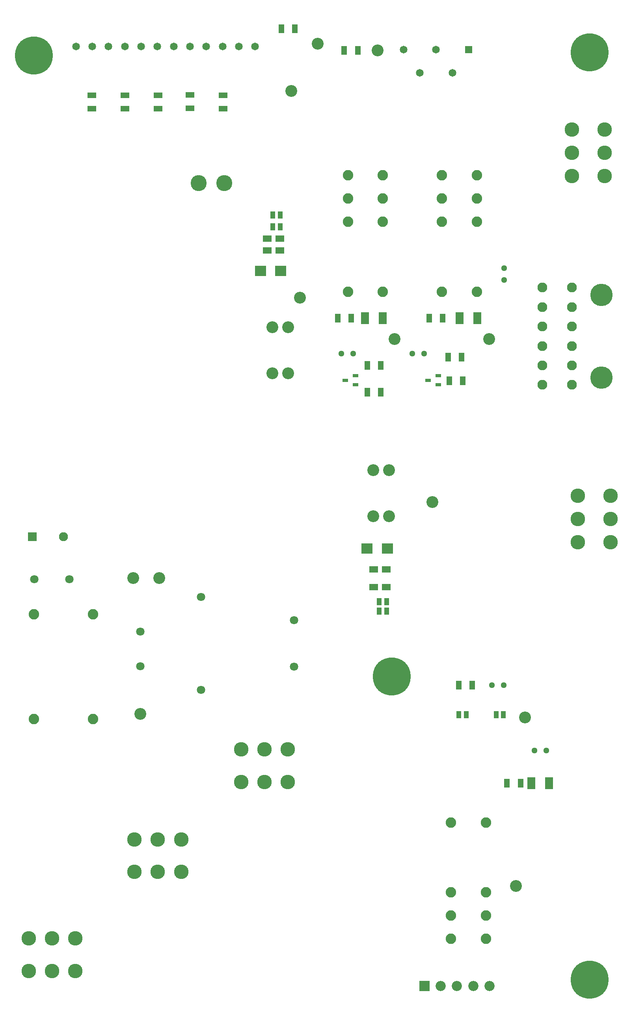
<source format=gts>
G04*
G04 #@! TF.GenerationSoftware,Altium Limited,Altium Designer,23.10.1 (27)*
G04*
G04 Layer_Color=8388736*
%FSLAX25Y25*%
%MOIN*%
G70*
G04*
G04 #@! TF.SameCoordinates,AA2C939F-CB16-4FEC-AD20-74F2314AF5A0*
G04*
G04*
G04 #@! TF.FilePolarity,Negative*
G04*
G01*
G75*
%ADD25R,0.04724X0.02953*%
%ADD26R,0.06693X0.09843*%
%ADD27R,0.04724X0.07480*%
%ADD28R,0.07284X0.05709*%
%ADD29R,0.04370X0.06063*%
%ADD30R,0.09252X0.09055*%
%ADD31R,0.07480X0.04724*%
%ADD32R,0.09449X0.08661*%
%ADD33C,0.13583*%
%ADD34C,0.07677*%
%ADD35R,0.07677X0.07677*%
%ADD36C,0.07087*%
%ADD37C,0.12284*%
%ADD38C,0.32087*%
%ADD39C,0.05091*%
%ADD40C,0.10039*%
%ADD41C,0.18957*%
%ADD42C,0.08327*%
%ADD43R,0.06496X0.06496*%
%ADD44C,0.06496*%
%ADD45C,0.08858*%
%ADD46C,0.08563*%
%ADD47R,0.08563X0.08563*%
D25*
X371831Y533760D02*
D03*
Y541240D02*
D03*
X363169Y537500D02*
D03*
X301831Y533760D02*
D03*
Y541240D02*
D03*
X293169Y537500D02*
D03*
D26*
X450691Y196373D02*
D03*
X465651D02*
D03*
X390020Y590000D02*
D03*
X404980D02*
D03*
X310020D02*
D03*
X324980D02*
D03*
D27*
X441379Y196373D02*
D03*
X429962D02*
D03*
X389094Y279297D02*
D03*
X400511D02*
D03*
X323209Y527500D02*
D03*
X311791D02*
D03*
X323209Y550000D02*
D03*
X311791D02*
D03*
X391709Y557000D02*
D03*
X380291D02*
D03*
X381291Y537000D02*
D03*
X392709D02*
D03*
X364291Y590000D02*
D03*
X375709D02*
D03*
X286791D02*
D03*
X298209D02*
D03*
X239291Y835000D02*
D03*
X250709D02*
D03*
X292363Y816645D02*
D03*
X303780D02*
D03*
D28*
X237815Y657500D02*
D03*
X227185D02*
D03*
X317285Y377400D02*
D03*
X327915D02*
D03*
X317285Y362400D02*
D03*
X327915D02*
D03*
X227185Y647500D02*
D03*
X237815D02*
D03*
D29*
X231890Y677500D02*
D03*
X238110D02*
D03*
X395413Y254297D02*
D03*
X389193D02*
D03*
X420710Y254400D02*
D03*
X426931D02*
D03*
X321990Y341900D02*
D03*
X328210D02*
D03*
X321990Y349900D02*
D03*
X328210D02*
D03*
X238110Y667500D02*
D03*
X231890D02*
D03*
D30*
X311439Y394900D02*
D03*
X328761D02*
D03*
D31*
X107000Y767291D02*
D03*
Y778709D02*
D03*
X190000D02*
D03*
Y767291D02*
D03*
X162000Y779000D02*
D03*
Y767583D02*
D03*
X135000Y778709D02*
D03*
Y767291D02*
D03*
X79000Y778709D02*
D03*
Y767291D02*
D03*
D32*
X221535Y630000D02*
D03*
X238465D02*
D03*
D33*
X169173Y704213D02*
D03*
X190827D02*
D03*
D34*
X55000Y405000D02*
D03*
D35*
X28425D02*
D03*
D36*
X30236Y369000D02*
D03*
X59764D02*
D03*
X120000Y295236D02*
D03*
Y324764D02*
D03*
X250000Y334370D02*
D03*
Y295000D02*
D03*
X171260Y275315D02*
D03*
Y354055D02*
D03*
D37*
X490000Y400315D02*
D03*
Y420000D02*
D03*
Y439724D02*
D03*
X517598D02*
D03*
Y420000D02*
D03*
Y400315D02*
D03*
X244685Y225000D02*
D03*
X225000D02*
D03*
X205276D02*
D03*
Y197402D02*
D03*
X225000D02*
D03*
X244685D02*
D03*
X25591Y65000D02*
D03*
X45276D02*
D03*
X65000D02*
D03*
Y37402D02*
D03*
X45276D02*
D03*
X25591D02*
D03*
X115000Y148799D02*
D03*
X134685D02*
D03*
X154409D02*
D03*
Y121201D02*
D03*
X134685D02*
D03*
X115000D02*
D03*
X485000Y710315D02*
D03*
Y730000D02*
D03*
Y749724D02*
D03*
X512598D02*
D03*
Y730000D02*
D03*
Y710315D02*
D03*
D38*
X332500Y286800D02*
D03*
X30000Y812500D02*
D03*
X500000Y815000D02*
D03*
Y30000D02*
D03*
D39*
X453171Y223873D02*
D03*
X463171D02*
D03*
X360000Y560000D02*
D03*
X350000D02*
D03*
X417303Y279297D02*
D03*
X427303D02*
D03*
X427500Y622500D02*
D03*
Y632500D02*
D03*
X290000Y560000D02*
D03*
X300000D02*
D03*
D40*
X445100Y251900D02*
D03*
X320571Y816645D02*
D03*
X247500Y782500D02*
D03*
X335000Y572500D02*
D03*
X415000D02*
D03*
X270000Y822500D02*
D03*
X255000Y607500D02*
D03*
X114000Y370000D02*
D03*
X136000D02*
D03*
X120000Y255000D02*
D03*
X245000Y543405D02*
D03*
X231614D02*
D03*
X245000Y582500D02*
D03*
X231614D02*
D03*
X367000Y434500D02*
D03*
X330300Y422305D02*
D03*
X316914D02*
D03*
X330300Y461400D02*
D03*
X316914D02*
D03*
X437600Y109400D02*
D03*
D41*
X510000Y609764D02*
D03*
Y539764D02*
D03*
D42*
X485000Y533504D02*
D03*
Y550000D02*
D03*
Y566496D02*
D03*
Y582992D02*
D03*
Y599488D02*
D03*
Y615984D02*
D03*
X460000D02*
D03*
Y599488D02*
D03*
Y582992D02*
D03*
Y566496D02*
D03*
Y550000D02*
D03*
Y533504D02*
D03*
D43*
X397500Y817500D02*
D03*
D44*
X383720Y797815D02*
D03*
X369941Y817500D02*
D03*
X356161Y797815D02*
D03*
X342382Y817500D02*
D03*
X217016Y820000D02*
D03*
X203236D02*
D03*
X189457D02*
D03*
X175677D02*
D03*
X161898D02*
D03*
X148118D02*
D03*
X134339D02*
D03*
X120559D02*
D03*
X106780D02*
D03*
X93000D02*
D03*
X79220D02*
D03*
X65441D02*
D03*
D45*
X295472Y612500D02*
D03*
Y671555D02*
D03*
Y691240D02*
D03*
Y710925D02*
D03*
X325000D02*
D03*
Y691240D02*
D03*
Y671555D02*
D03*
Y612500D02*
D03*
X382600Y163140D02*
D03*
Y104085D02*
D03*
Y84400D02*
D03*
Y64715D02*
D03*
X412128D02*
D03*
Y84400D02*
D03*
Y104085D02*
D03*
Y163140D02*
D03*
X375000Y612500D02*
D03*
Y671555D02*
D03*
Y691240D02*
D03*
Y710925D02*
D03*
X404528D02*
D03*
Y691240D02*
D03*
Y671555D02*
D03*
Y612500D02*
D03*
X30000Y250709D02*
D03*
Y339291D02*
D03*
X80000D02*
D03*
Y250709D02*
D03*
D46*
X415179Y24600D02*
D03*
X401400D02*
D03*
X387620D02*
D03*
X373841D02*
D03*
D47*
X360061D02*
D03*
M02*

</source>
